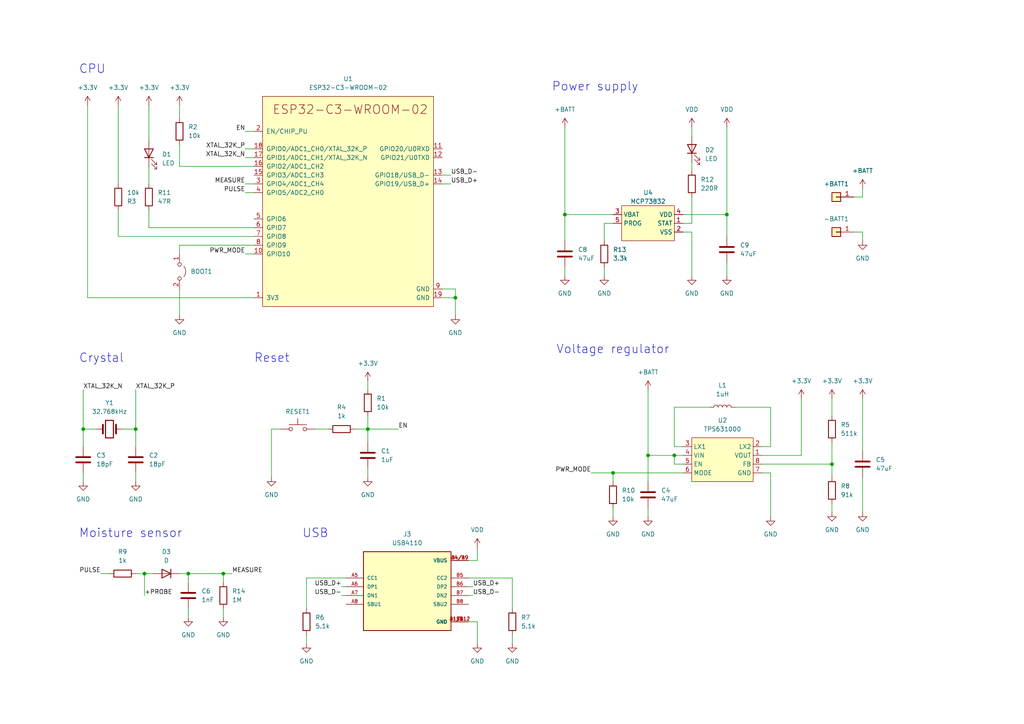
<source format=kicad_sch>
(kicad_sch (version 20211123) (generator eeschema)
  (paper "A4")
  (lib_symbols
    (symbol "Connector_Generic:Conn_01x01" (pin_names (offset 1.016) hide)
      (property "Reference" "J" (at 0 2.54 0))
      (property "Value" "Conn_01x01" (at 0 -2.54 0))
      (symbol "Conn_01x01_1_1"
        (rectangle (start -1.27 0.127) (end 0 -0.127) (stroke (width 0.1524)))
        (rectangle (start -1.27 1.27) (end 1.27 -1.27) (stroke (width 0.254)) (fill (type background)))
        (pin passive line (at -5.08 0 0) (length 3.81) (name "Pin_1") (number "1"))
      )
    )
    (symbol "Device:C" (pin_numbers hide) (pin_names (offset 0.254))
      (property "Reference" "C" (at 0.635 2.54 0))
      (property "Value" "C" (at 0.635 -2.54 0))
      (symbol "C_0_1"
        (polyline (pts (xy -2.032 -0.762) (xy 2.032 -0.762)) (stroke (width 0.508)))
        (polyline (pts (xy -2.032 0.762) (xy 2.032 0.762)) (stroke (width 0.508)))
      )
      (symbol "C_1_1"
        (pin passive line (at 0 3.81 270) (length 2.794) (name "~") (number "1"))
        (pin passive line (at 0 -3.81 90) (length 2.794) (name "~") (number "2"))
      )
    )
    (symbol "Device:Crystal" (pin_numbers hide) (pin_names (offset 1.016) hide)
      (property "Reference" "Y" (at 0 3.81 0))
      (property "Value" "Crystal" (at 0 -3.81 0))
      (symbol "Crystal_0_1"
        (rectangle (start -1.143 2.54) (end 1.143 -2.54) (stroke (width 0.3048)))
        (polyline (pts (xy -2.54 0) (xy -1.905 0)))
        (polyline (pts (xy -1.905 -1.27) (xy -1.905 1.27)) (stroke (width 0.508)))
        (polyline (pts (xy 1.905 -1.27) (xy 1.905 1.27)) (stroke (width 0.508)))
        (polyline (pts (xy 2.54 0) (xy 1.905 0)))
      )
      (symbol "Crystal_1_1"
        (pin passive line (at -3.81 0 0) (length 1.27) (name "1") (number "1"))
        (pin passive line (at 3.81 0 180) (length 1.27) (name "2") (number "2"))
      )
    )
    (symbol "Device:D" (pin_numbers hide) (pin_names (offset 1.016) hide)
      (property "Reference" "D" (at 0 2.54 0))
      (property "Value" "D" (at 0 -2.54 0))
      (symbol "D_0_1"
        (polyline (pts (xy -1.27 1.27) (xy -1.27 -1.27)) (stroke (width 0.254)))
        (polyline (pts (xy 1.27 0) (xy -1.27 0)))
        (polyline (pts (xy 1.27 1.27) (xy 1.27 -1.27) (xy -1.27 0) (xy 1.27 1.27)) (stroke (width 0.254)))
      )
      (symbol "D_1_1"
        (pin passive line (at -3.81 0 0) (length 2.54) (name "K") (number "1"))
        (pin passive line (at 3.81 0 180) (length 2.54) (name "A") (number "2"))
      )
    )
    (symbol "Device:L" (pin_numbers hide) (pin_names (offset 1.016) hide)
      (property "Reference" "L" (at -1.27 0 90))
      (property "Value" "L" (at 1.905 0 90))
      (symbol "L_0_1"
        (arc (start 0 -2.54) (mid 0.635 -1.905) (end 0 -1.27))
        (arc (start 0 -1.27) (mid 0.635 -0.635) (end 0 0))
        (arc (start 0 0) (mid 0.635 0.635) (end 0 1.27))
        (arc (start 0 1.27) (mid 0.635 1.905) (end 0 2.54))
      )
      (symbol "L_1_1"
        (pin passive line (at 0 3.81 270) (length 1.27) (name "1") (number "1"))
        (pin passive line (at 0 -3.81 90) (length 1.27) (name "2") (number "2"))
      )
    )
    (symbol "Device:LED" (pin_numbers hide) (pin_names (offset 1.016) hide)
      (property "Reference" "D" (at 0 2.54 0))
      (property "Value" "LED" (at 0 -2.54 0))
      (symbol "LED_0_1"
        (polyline (pts (xy -1.27 -1.27) (xy -1.27 1.27)) (stroke (width 0.254)))
        (polyline (pts (xy -1.27 0) (xy 1.27 0)))
        (polyline (pts (xy 1.27 -1.27) (xy 1.27 1.27) (xy -1.27 0) (xy 1.27 -1.27)) (stroke (width 0.254)))
        (polyline (pts (xy -3.048 -0.762) (xy -4.572 -2.286) (xy -3.81 -2.286) (xy -4.572 -2.286) (xy -4.572 -1.524)))
        (polyline (pts (xy -1.778 -0.762) (xy -3.302 -2.286) (xy -2.54 -2.286) (xy -3.302 -2.286) (xy -3.302 -1.524)))
      )
      (symbol "LED_1_1"
        (pin passive line (at -3.81 0 0) (length 2.54) (name "K") (number "1"))
        (pin passive line (at 3.81 0 180) (length 2.54) (name "A") (number "2"))
      )
    )
    (symbol "Device:R" (pin_numbers hide) (pin_names (offset 0))
      (property "Reference" "R" (at 2.032 0 90))
      (property "Value" "R" (at 0 0 90))
      (symbol "R_0_1"
        (rectangle (start -1.016 -2.54) (end 1.016 2.54) (stroke (width 0.254)))
      )
      (symbol "R_1_1"
        (pin passive line (at 0 3.81 270) (length 1.27) (name "~") (number "1"))
        (pin passive line (at 0 -3.81 90) (length 1.27) (name "~") (number "2"))
      )
    )
    (symbol "Espressif:ESP32-C3-WROOM-02" (pin_names (offset 1.016))
      (property "Reference" "U" (at 0 33.02 0))
      (property "Value" "ESP32-C3-WROOM-02" (at 0 -30.48 0))
      (symbol "ESP32-C3-WROOM-02_0_0"
        (text "ESP32-C3-WROOM-02" (at 1.27 27.94 0) (effects (font (size 2.54 2.54))))
      )
      (symbol "ESP32-C3-WROOM-02_0_1"
        (rectangle (start -24.13 31.75) (end 25.4 -29.21) (fill (type background)))
      )
      (symbol "ESP32-C3-WROOM-02_1_1"
        (pin power_in line (at -26.67 -26.67 0) (length 2.54) (name "3V3") (number "1"))
        (pin bidirectional line (at -26.67 -13.97 0) (length 2.54) (name "GPIO10") (number "10"))
        (pin bidirectional line (at 27.94 16.51 180) (length 2.54) (name "GPIO20/U0RXD") (number "11"))
        (pin bidirectional line (at 27.94 13.97 180) (length 2.54) (name "GPIO21/U0TXD") (number "12"))
        (pin bidirectional line (at 27.94 8.89 180) (length 2.54) (name "GPIO18/USB_D-") (number "13"))
        (pin bidirectional line (at 27.94 6.35 180) (length 2.54) (name "GPIO19/USB_D+") (number "14"))
        (pin bidirectional line (at -26.67 8.89 0) (length 2.54) (name "GPIO3/ADC1_CH3") (number "15"))
        (pin bidirectional line (at -26.67 11.43 0) (length 2.54) (name "GPIO2/ADC1_CH2") (number "16"))
        (pin bidirectional line (at -26.67 13.97 0) (length 2.54) (name "GPIO1/ADC1_CH1/XTAL_32K_N") (number "17"))
        (pin bidirectional line (at -26.67 16.51 0) (length 2.54) (name "GPIO0/ADC1_CH0/XTAL_32K_P") (number "18"))
        (pin power_in line (at 27.94 -26.67 180) (length 2.54) (name "GND") (number "19"))
        (pin input line (at -26.67 21.59 0) (length 2.54) (name "EN/CHIP_PU") (number "2"))
        (pin bidirectional line (at -26.67 6.35 0) (length 2.54) (name "GPIO4/ADC1_CH4") (number "3"))
        (pin bidirectional line (at -26.67 3.81 0) (length 2.54) (name "GPIO5/ADC2_CH0") (number "4"))
        (pin bidirectional line (at -26.67 -3.81 0) (length 2.54) (name "GPIO6") (number "5"))
        (pin bidirectional line (at -26.67 -6.35 0) (length 2.54) (name "GPIO7") (number "6"))
        (pin bidirectional line (at -26.67 -8.89 0) (length 2.54) (name "GPIO8") (number "7"))
        (pin bidirectional line (at -26.67 -11.43 0) (length 2.54) (name "GPIO9") (number "8"))
        (pin power_in line (at 27.94 -24.13 180) (length 2.54) (name "GND") (number "9"))
      )
    )
    (symbol "Jumper:Jumper_2_Open" (pin_names (offset 0) hide)
      (property "Reference" "JP" (at 0 2.794 0))
      (property "Value" "Jumper_2_Open" (at 0 -2.286 0))
      (symbol "Jumper_2_Open_0_0"
        (circle (center -2.032 0) (radius 0.508))
        (circle (center 2.032 0) (radius 0.508))
      )
      (symbol "Jumper_2_Open_0_1"
        (arc (start 1.524 1.27) (mid 0 1.778) (end -1.524 1.27))
      )
      (symbol "Jumper_2_Open_1_1"
        (pin passive line (at -5.08 0 0) (length 2.54) (name "A") (number "1"))
        (pin passive line (at 5.08 0 180) (length 2.54) (name "B") (number "2"))
      )
    )
    (symbol "Switch:SW_Push" (pin_numbers hide) (pin_names (offset 1.016) hide)
      (property "Reference" "SW" (at 1.27 2.54 0))
      (property "Value" "SW_Push" (at 0 -1.524 0))
      (symbol "SW_Push_0_1"
        (circle (center -2.032 0) (radius 0.508))
        (polyline (pts (xy 0 1.27) (xy 0 3.048)))
        (polyline (pts (xy 2.54 1.27) (xy -2.54 1.27)))
        (circle (center 2.032 0) (radius 0.508))
        (pin passive line (at -5.08 0 0) (length 2.54) (name "1") (number "1"))
        (pin passive line (at 5.08 0 180) (length 2.54) (name "2") (number "2"))
      )
    )
    (symbol "USB4110-GF-A_REVB:USB4110-GF-A_REVB" (pin_names (offset 1.016))
      (property "Reference" "J" (at -12.7 11.43 0))
      (property "Value" "USB4110-GF-A_REVB" (at -12.7 -15.24 0))
      (symbol "USB4110-GF-A_REVB_0_0"
        (rectangle (start -12.7 -12.7) (end 12.7 10.16) (stroke (width 0.254)) (fill (type background)))
        (pin power_in line (at 17.78 -10.16 180) (length 5.08) (name "GND") (number "A1/B12"))
        (pin power_in line (at 17.78 7.62 180) (length 5.08) (name "VBUS") (number "A4/B9"))
        (pin bidirectional line (at -17.78 2.54 0) (length 5.08) (name "CC1") (number "A5"))
        (pin bidirectional line (at -17.78 0 0) (length 5.08) (name "DP1") (number "A6"))
        (pin bidirectional line (at -17.78 -2.54 0) (length 5.08) (name "DN1") (number "A7"))
        (pin bidirectional line (at -17.78 -5.08 0) (length 5.08) (name "SBU1") (number "A8"))
        (pin power_in line (at 17.78 -10.16 180) (length 5.08) (name "GND") (number "B1/A12"))
        (pin power_in line (at 17.78 7.62 180) (length 5.08) (name "VBUS") (number "B4/A9"))
        (pin bidirectional line (at 17.78 2.54 180) (length 5.08) (name "CC2") (number "B5"))
        (pin bidirectional line (at 17.78 0 180) (length 5.08) (name "DP2") (number "B6"))
        (pin bidirectional line (at 17.78 -2.54 180) (length 5.08) (name "DN2") (number "B7"))
        (pin bidirectional line (at 17.78 -5.08 180) (length 5.08) (name "SBU2") (number "B8"))
        (pin power_in line (at 17.78 -10.16 180) (length 5.08) (name "GND") (number "S1"))
        (pin power_in line (at 17.78 -10.16 180) (length 5.08) (name "GND") (number "S2"))
        (pin power_in line (at 17.78 -10.16 180) (length 5.08) (name "GND") (number "S3"))
        (pin power_in line (at 17.78 -10.16 180) (length 5.08) (name "GND") (number "S4"))
      )
    )
    (symbol "friedrich:MCP73831{slash}2"
      (property "Reference" "U" (at 0 11.43 0))
      (property "Value" "MCP73831{slash}2" (at 0 8.89 0))
      (symbol "MCP73831{slash}2_0_1"
        (rectangle (start -7.62 6.35) (end 7.62 -3.81) (fill (type background)))
      )
      (symbol "MCP73831{slash}2_1_1"
        (pin output line (at 10.16 1.27 180) (length 2.54) (name "STAT") (number "1"))
        (pin power_in line (at 10.16 -1.27 180) (length 2.54) (name "VSS") (number "2"))
        (pin power_in line (at -10.16 3.81 0) (length 2.54) (name "VBAT") (number "3"))
        (pin power_out line (at 10.16 3.81 180) (length 2.54) (name "VDD") (number "4"))
        (pin bidirectional line (at -10.16 1.27 0) (length 2.54) (name "PROG") (number "5"))
      )
    )
    (symbol "friedrich:TPS631000DRLR"
      (property "Reference" "U" (at 0 11.43 0))
      (property "Value" "TPS631000DRLR" (at 0 8.89 0))
      (symbol "TPS631000DRLR_0_1"
        (rectangle (start -8.89 6.35) (end 8.89 -6.35) (fill (type background)))
      )
      (symbol "TPS631000DRLR_1_1"
        (pin power_out line (at 11.43 1.27 180) (length 2.54) (name "VOUT") (number "1"))
        (pin bidirectional line (at 11.43 3.81 180) (length 2.54) (name "LX2") (number "2"))
        (pin bidirectional line (at -11.43 3.81 0) (length 2.54) (name "LX1") (number "3"))
        (pin power_in line (at -11.43 1.27 0) (length 2.54) (name "VIN") (number "4"))
        (pin input line (at -11.43 -1.27 0) (length 2.54) (name "EN") (number "5"))
        (pin input line (at -11.43 -3.81 0) (length 2.54) (name "MODE") (number "6"))
        (pin power_in line (at 11.43 -3.81 180) (length 2.54) (name "GND") (number "7"))
        (pin input line (at 11.43 -1.27 180) (length 2.54) (name "FB") (number "8"))
      )
    )
    (symbol "power:+3.3V" (power) (pin_names (offset 0))
      (property "Value" "+3.3V" (at 0 3.556 0))
      (symbol "+3.3V_0_1"
        (polyline (pts (xy -0.762 1.27) (xy 0 2.54)))
        (polyline (pts (xy 0 0) (xy 0 2.54)))
        (polyline (pts (xy 0 2.54) (xy 0.762 1.27)))
      )
      (symbol "+3.3V_1_1"
        (pin power_in line (at 0 0 90) (length 0) hide (name "+3.3V") (number "1"))
      )
    )
    (symbol "power:+BATT" (power) (pin_names (offset 0))
      (property "Value" "+BATT" (at 0 3.556 0))
      (symbol "+BATT_0_1"
        (polyline (pts (xy -0.762 1.27) (xy 0 2.54)))
        (polyline (pts (xy 0 0) (xy 0 2.54)))
        (polyline (pts (xy 0 2.54) (xy 0.762 1.27)))
      )
      (symbol "+BATT_1_1"
        (pin power_in line (at 0 0 90) (length 0) hide (name "+BATT") (number "1"))
      )
    )
    (symbol "power:GND" (power) (pin_names (offset 0))
      (property "Value" "GND" (at 0 -3.81 0))
      (symbol "GND_0_1"
        (polyline (pts (xy 0 0) (xy 0 -1.27) (xy 1.27 -1.27) (xy 0 -2.54) (xy -1.27 -1.27) (xy 0 -1.27)))
      )
      (symbol "GND_1_1"
        (pin power_in line (at 0 0 270) (length 0) hide (name "GND") (number "1"))
      )
    )
    (symbol "power:VDD" (power) (pin_names (offset 0))
      (property "Value" "VDD" (at 0 3.81 0))
      (symbol "VDD_0_1"
        (polyline (pts (xy -0.762 1.27) (xy 0 2.54)))
        (polyline (pts (xy 0 0) (xy 0 2.54)))
        (polyline (pts (xy 0 2.54) (xy 0.762 1.27)))
      )
      (symbol "VDD_1_1"
        (pin power_in line (at 0 0 90) (length 0) hide (name "VDD") (number "1"))
      )
    )
  )
  (junction (at 163.83 62.23))
  (junction (at 106.68 124.46))
  (junction (at 41.91 166.37))
  (junction (at 64.77 166.37))
  (junction (at 187.96 132.08))
  (junction (at 210.82 62.23))
  (junction (at 177.8 137.16))
  (junction (at 241.3 134.62))
  (junction (at 24.13 124.46))
  (junction (at 132.08 86.36))
  (junction (at 195.58 132.08))
  (junction (at 54.61 166.37))
  (junction (at 39.37 124.46))
  (wire (pts (xy 137.16 170.18) (xy 135.89 170.18)))
  (wire (pts (xy 195.58 132.08) (xy 198.12 132.08)))
  (wire (pts (xy 100.33 167.64) (xy 88.9 167.64)))
  (wire (pts (xy 71.12 53.34) (xy 73.66 53.34)))
  (wire (pts (xy 39.37 124.46) (xy 39.37 129.54)))
  (wire (pts (xy 43.18 48.26) (xy 43.18 53.34)))
  (wire (pts (xy 73.66 45.72) (xy 71.12 45.72)))
  (wire (pts (xy 163.83 62.23) (xy 177.8 62.23)))
  (wire (pts (xy 138.43 180.34) (xy 138.43 186.69)))
  (wire (pts (xy 71.12 55.88) (xy 73.66 55.88)))
  (wire (pts (xy 41.91 166.37) (xy 44.45 166.37)))
  (wire (pts (xy 78.74 124.46) (xy 78.74 138.43)))
  (wire (pts (xy 54.61 176.53) (xy 54.61 179.07)))
  (wire (pts (xy 135.89 162.56) (xy 138.43 162.56)))
  (wire (pts (xy 25.4 30.48) (xy 25.4 86.36)))
  (wire (pts (xy 198.12 134.62) (xy 195.58 134.62)))
  (wire (pts (xy 187.96 132.08) (xy 195.58 132.08)))
  (wire (pts (xy 24.13 124.46) (xy 27.94 124.46)))
  (wire (pts (xy 175.26 64.77) (xy 177.8 64.77)))
  (wire (pts (xy 177.8 137.16) (xy 171.45 137.16)))
  (wire (pts (xy 25.4 86.36) (xy 73.66 86.36)))
  (wire (pts (xy 132.08 86.36) (xy 132.08 91.44)))
  (wire (pts (xy 91.44 124.46) (xy 95.25 124.46)))
  (wire (pts (xy 128.27 86.36) (xy 132.08 86.36)))
  (wire (pts (xy 200.66 46.99) (xy 200.66 49.53)))
  (wire (pts (xy 39.37 166.37) (xy 41.91 166.37)))
  (wire (pts (xy 52.07 30.48) (xy 52.07 34.29)))
  (wire (pts (xy 128.27 50.8) (xy 130.81 50.8)))
  (wire (pts (xy 210.82 62.23) (xy 210.82 68.58)))
  (wire (pts (xy 223.52 118.11) (xy 223.52 129.54)))
  (wire (pts (xy 64.77 168.91) (xy 64.77 166.37)))
  (wire (pts (xy 132.08 83.82) (xy 132.08 86.36)))
  (wire (pts (xy 177.8 147.32) (xy 177.8 149.86)))
  (wire (pts (xy 71.12 38.1) (xy 73.66 38.1)))
  (wire (pts (xy 223.52 137.16) (xy 223.52 149.86)))
  (wire (pts (xy 52.07 48.26) (xy 73.66 48.26)))
  (wire (pts (xy 24.13 129.54) (xy 24.13 124.46)))
  (wire (pts (xy 34.29 60.96) (xy 34.29 68.58)))
  (wire (pts (xy 99.06 170.18) (xy 100.33 170.18)))
  (wire (pts (xy 241.3 115.57) (xy 241.3 120.65)))
  (wire (pts (xy 106.68 135.89) (xy 106.68 138.43)))
  (wire (pts (xy 250.19 115.57) (xy 250.19 130.81)))
  (wire (pts (xy 52.07 83.82) (xy 52.07 91.44)))
  (wire (pts (xy 177.8 137.16) (xy 177.8 139.7)))
  (wire (pts (xy 43.18 66.04) (xy 73.66 66.04)))
  (wire (pts (xy 64.77 166.37) (xy 54.61 166.37)))
  (wire (pts (xy 43.18 30.48) (xy 43.18 40.64)))
  (wire (pts (xy 198.12 62.23) (xy 210.82 62.23)))
  (wire (pts (xy 198.12 64.77) (xy 200.66 64.77)))
  (wire (pts (xy 175.26 77.47) (xy 175.26 80.01)))
  (wire (pts (xy 148.59 186.69) (xy 148.59 184.15)))
  (wire (pts (xy 250.19 67.31) (xy 247.65 67.31)))
  (wire (pts (xy 148.59 167.64) (xy 148.59 176.53)))
  (wire (pts (xy 54.61 166.37) (xy 54.61 168.91)))
  (wire (pts (xy 71.12 73.66) (xy 73.66 73.66)))
  (wire (pts (xy 250.19 54.61) (xy 250.19 57.15)))
  (wire (pts (xy 232.41 115.57) (xy 232.41 132.08)))
  (wire (pts (xy 34.29 30.48) (xy 34.29 53.34)))
  (wire (pts (xy 135.89 167.64) (xy 148.59 167.64)))
  (wire (pts (xy 39.37 137.16) (xy 39.37 139.7)))
  (wire (pts (xy 198.12 67.31) (xy 200.66 67.31)))
  (wire (pts (xy 64.77 176.53) (xy 64.77 179.07)))
  (wire (pts (xy 220.98 134.62) (xy 241.3 134.62)))
  (wire (pts (xy 210.82 76.2) (xy 210.82 80.01)))
  (wire (pts (xy 88.9 167.64) (xy 88.9 176.53)))
  (wire (pts (xy 187.96 149.86) (xy 187.96 147.32)))
  (wire (pts (xy 200.66 67.31) (xy 200.66 80.01)))
  (wire (pts (xy 223.52 137.16) (xy 220.98 137.16)))
  (wire (pts (xy 200.66 57.15) (xy 200.66 64.77)))
  (wire (pts (xy 52.07 166.37) (xy 54.61 166.37)))
  (wire (pts (xy 241.3 146.05) (xy 241.3 148.59)))
  (wire (pts (xy 163.83 36.83) (xy 163.83 62.23)))
  (wire (pts (xy 24.13 137.16) (xy 24.13 139.7)))
  (wire (pts (xy 195.58 118.11) (xy 205.74 118.11)))
  (wire (pts (xy 106.68 124.46) (xy 115.57 124.46)))
  (wire (pts (xy 73.66 43.18) (xy 71.12 43.18)))
  (wire (pts (xy 163.83 62.23) (xy 163.83 69.85)))
  (wire (pts (xy 187.96 132.08) (xy 187.96 139.7)))
  (wire (pts (xy 250.19 67.31) (xy 250.19 69.85)))
  (wire (pts (xy 138.43 162.56) (xy 138.43 158.75)))
  (wire (pts (xy 195.58 134.62) (xy 195.58 132.08)))
  (wire (pts (xy 24.13 113.03) (xy 24.13 124.46)))
  (wire (pts (xy 163.83 77.47) (xy 163.83 80.01)))
  (wire (pts (xy 64.77 166.37) (xy 67.31 166.37)))
  (wire (pts (xy 102.87 124.46) (xy 106.68 124.46)))
  (wire (pts (xy 52.07 71.12) (xy 52.07 73.66)))
  (wire (pts (xy 41.91 166.37) (xy 41.91 172.72)))
  (wire (pts (xy 128.27 83.82) (xy 132.08 83.82)))
  (wire (pts (xy 88.9 184.15) (xy 88.9 186.69)))
  (wire (pts (xy 128.27 53.34) (xy 130.81 53.34)))
  (wire (pts (xy 195.58 129.54) (xy 195.58 118.11)))
  (wire (pts (xy 43.18 60.96) (xy 43.18 66.04)))
  (wire (pts (xy 106.68 120.65) (xy 106.68 124.46)))
  (wire (pts (xy 52.07 48.26) (xy 52.07 41.91)))
  (wire (pts (xy 34.29 68.58) (xy 73.66 68.58)))
  (wire (pts (xy 135.89 180.34) (xy 138.43 180.34)))
  (wire (pts (xy 250.19 138.43) (xy 250.19 148.59)))
  (wire (pts (xy 210.82 36.83) (xy 210.82 62.23)))
  (wire (pts (xy 78.74 124.46) (xy 81.28 124.46)))
  (wire (pts (xy 175.26 64.77) (xy 175.26 69.85)))
  (wire (pts (xy 106.68 124.46) (xy 106.68 128.27)))
  (wire (pts (xy 195.58 129.54) (xy 198.12 129.54)))
  (wire (pts (xy 106.68 110.49) (xy 106.68 113.03)))
  (wire (pts (xy 35.56 124.46) (xy 39.37 124.46)))
  (wire (pts (xy 39.37 113.03) (xy 39.37 124.46)))
  (wire (pts (xy 247.65 57.15) (xy 250.19 57.15)))
  (wire (pts (xy 241.3 128.27) (xy 241.3 134.62)))
  (wire (pts (xy 223.52 129.54) (xy 220.98 129.54)))
  (wire (pts (xy 29.21 166.37) (xy 31.75 166.37)))
  (wire (pts (xy 137.16 172.72) (xy 135.89 172.72)))
  (wire (pts (xy 187.96 113.03) (xy 187.96 132.08)))
  (wire (pts (xy 52.07 71.12) (xy 73.66 71.12)))
  (wire (pts (xy 99.06 172.72) (xy 100.33 172.72)))
  (wire (pts (xy 177.8 137.16) (xy 198.12 137.16)))
  (wire (pts (xy 200.66 36.83) (xy 200.66 39.37)))
  (wire (pts (xy 241.3 134.62) (xy 241.3 138.43)))
  (wire (pts (xy 213.36 118.11) (xy 223.52 118.11)))
  (wire (pts (xy 220.98 132.08) (xy 232.41 132.08)))
  (text "Power supply" (at 160.02 26.67 0) (effects (font (size 2.5 2.5)) (justify left bottom)))
  (text "Crystal" (at 22.86 105.41 0) (effects (font (size 2.5 2.5)) (justify left bottom)))
  (text "Moisture sensor" (at 22.86 156.21 0) (effects (font (size 2.5 2.5)) (justify left bottom)))
  (text "Voltage regulator" (at 161.29 102.87 0) (effects (font (size 2.5 2.5)) (justify left bottom)))
  (text "CPU" (at 22.86 21.59 0) (effects (font (size 2.5 2.5)) (justify left bottom)))
  (text "Reset" (at 73.66 105.41 0) (effects (font (size 2.5 2.5)) (justify left bottom)))
  (text "USB" (at 87.63 156.21 0) (effects (font (size 2.5 2.5)) (justify left bottom)))
  (label "USB_D+" (at 99.06 170.18 180))
  (label "PULSE" (at 71.12 55.88 180))
  (label "XTAL_32K_N" (at 71.12 45.72 180))
  (label "XTAL_32K_P" (at 71.12 43.18 180))
  (label "MEASURE" (at 67.31 166.37 0))
  (label "EN" (at 71.12 38.1 180))
  (label "EN" (at 115.57 124.46 0))
  (label "PULSE" (at 29.21 166.37 180))
  (label "USB_D+" (at 137.16 170.18 0))
  (label "USB_D-" (at 99.06 172.72 180))
  (label "MEASURE" (at 71.12 53.34 180))
  (label "XTAL_32K_P" (at 39.37 113.03 0))
  (label "PWR_MODE" (at 171.45 137.16 180))
  (label "PWR_MODE" (at 71.12 73.66 180))
  (label "USB_D-" (at 137.16 172.72 0))
  (label "XTAL_32K_N" (at 24.13 113.03 0))
  (label "USB_D-" (at 130.81 50.8 0))
  (label "+PROBE" (at 41.91 172.72 0))
  (label "USB_D+" (at 130.81 53.34 0))
  (symbol (lib_id "power:GND") (at 210.82 80.01 0) (unit 1)
    (property "Reference" "#PWR0117" (effects hide))
    (property "Value" "GND" (at 210.82 85.09 0))
  )
  (symbol (lib_id "Device:D") (at 48.26 166.37 180) (unit 1)
    (property "Reference" "D3" (at 48.26 160.02 0))
    (property "Value" "D" (at 48.26 162.56 0))
    (property "Footprint" "Diode_SMD:D_SOD-323_HandSoldering" (effects hide))
    (property "Datasheet" "https://www.diodes.com/assets/Datasheets/1N4148WS_BAV16WS.pdf" (effects hide))
    (property "MPN" "BAV16WS-7-F" (effects hide))
  )
  (symbol (lib_id "Device:C") (at 39.37 133.35 180) (unit 1)
    (property "Reference" "C2" (at 43.18 132.0799 0) (effects (justify right)))
    (property "Value" "18pF" (at 43.18 134.6199 0) (effects (justify right)))
    (property "Footprint" "Capacitor_SMD:C_0805_2012Metric_Pad1.18x1.45mm_HandSolder" (effects hide))
    (property "MPN" "GRM21A5C2E180JW01" (effects hide))
  )
  (symbol (lib_id "power:GND") (at 241.3 148.59 0) (unit 1)
    (property "Reference" "#PWR0129" (effects hide))
    (property "Value" "GND" (at 241.3 153.67 0))
  )
  (symbol (lib_id "power:+BATT") (at 187.96 113.03 0) (unit 1)
    (property "Reference" "#PWR0108" (effects hide))
    (property "Value" "+BATT" (at 187.96 107.95 0))
  )
  (symbol (lib_id "Device:R") (at 88.9 180.34 180) (unit 1)
    (property "Reference" "R6" (at 91.44 179.0699 0) (effects (justify right)))
    (property "Value" "5.1k" (at 91.44 181.6099 0) (effects (justify right)))
    (property "Footprint" "Resistor_SMD:R_0805_2012Metric_Pad1.20x1.40mm_HandSolder" (effects hide))
    (property "MPN" "RC0805FR-075K1L" (effects hide))
  )
  (symbol (lib_id "power:VDD") (at 138.43 158.75 0) (unit 1)
    (property "Reference" "#PWR0114" (effects hide))
    (property "Value" "VDD" (at 138.43 153.67 0))
  )
  (symbol (lib_id "Connector_Generic:Conn_01x01") (at 242.57 67.31 180) (unit 1)
    (property "Reference" "-BATT1" (at 242.57 63.5 0))
    (property "Value" "Conn_01x01" (effects hide))
    (property "Footprint" "Connector_Wire:SolderWire-0.25sqmm_1x01_D0.65mm_OD1.7mm" (effects hide))
  )
  (symbol (lib_id "power:GND") (at 132.08 91.44 0) (unit 1)
    (property "Reference" "#PWR0106" (effects hide))
    (property "Value" "GND" (at 132.08 96.52 0))
  )
  (symbol (lib_id "power:+BATT") (at 163.83 36.83 0) (unit 1)
    (property "Reference" "#PWR0128" (effects hide))
    (property "Value" "+BATT" (at 163.83 31.75 0))
  )
  (symbol (lib_id "Device:R") (at 52.07 38.1 180) (unit 1)
    (property "Reference" "R2" (at 54.61 36.8299 0) (effects (justify right)))
    (property "Value" "10k" (at 54.61 39.3699 0) (effects (justify right)))
    (property "Footprint" "Resistor_SMD:R_0805_2012Metric_Pad1.20x1.40mm_HandSolder" (effects hide))
    (property "MPN" "RC0805FR-0710KL" (effects hide))
  )
  (symbol (lib_id "power:GND") (at 39.37 139.7 0) (unit 1)
    (property "Reference" "#PWR0109" (effects hide))
    (property "Value" "GND" (at 39.37 144.78 0))
  )
  (symbol (lib_id "power:GND") (at 250.19 69.85 0) (unit 1)
    (property "Reference" "#PWR0126" (effects hide))
    (property "Value" "GND" (at 250.19 74.93 0))
  )
  (symbol (lib_id "power:VDD") (at 210.82 36.83 0) (unit 1)
    (property "Reference" "#PWR0121" (effects hide))
    (property "Value" "VDD" (at 210.82 31.75 0))
  )
  (symbol (lib_id "Device:R") (at 200.66 53.34 180) (unit 1)
    (property "Reference" "R12" (at 203.2 52.0699 0) (effects (justify right)))
    (property "Value" "220R" (at 203.2 54.6099 0) (effects (justify right)))
    (property "Footprint" "Resistor_SMD:R_0805_2012Metric_Pad1.20x1.40mm_HandSolder" (effects hide))
    (property "MPN" "RC0805FR-07220RL" (effects hide))
  )
  (symbol (lib_id "power:GND") (at 148.59 186.69 0) (unit 1)
    (property "Reference" "#PWR0112" (effects hide))
    (property "Value" "GND" (at 148.59 191.77 0))
  )
  (symbol (lib_id "power:GND") (at 200.66 80.01 0) (unit 1)
    (property "Reference" "#PWR0124" (effects hide))
    (property "Value" "GND" (at 200.66 85.09 0))
  )
  (symbol (lib_id "Device:R") (at 177.8 143.51 180) (unit 1)
    (property "Reference" "R10" (at 180.34 142.2399 0) (effects (justify right)))
    (property "Value" "10k" (at 180.34 144.7799 0) (effects (justify right)))
    (property "Footprint" "Resistor_SMD:R_0805_2012Metric_Pad1.20x1.40mm_HandSolder" (effects hide))
    (property "MPN" "RC0805FR-0710KL " (effects hide))
  )
  (symbol (lib_id "Switch:SW_Push") (at 86.36 124.46 0) (unit 1)
    (property "Reference" "RESET1" (at 86.36 119.38 0))
    (property "Value" "EVQ-Q2F03W" (effects hide))
    (property "Footprint" "Button_Switch_SMD:SW_SPST_EVQP2" (effects hide))
    (property "MPN" "EVQ-P2K02Q" (effects hide))
  )
  (symbol (lib_id "power:GND") (at 52.07 91.44 0) (unit 1)
    (property "Reference" "#PWR0105" (effects hide))
    (property "Value" "GND" (at 52.07 96.52 0))
  )
  (symbol (lib_id "power:GND") (at 64.77 179.07 0) (unit 1)
    (property "Reference" "#PWR0134" (effects hide))
    (property "Value" "GND" (at 64.77 184.15 0))
  )
  (symbol (lib_id "Device:R") (at 43.18 57.15 180) (unit 1)
    (property "Reference" "R11" (at 45.72 55.8799 0) (effects (justify right)))
    (property "Value" "47R" (at 45.72 58.4199 0) (effects (justify right)))
    (property "Footprint" "Resistor_SMD:R_0805_2012Metric_Pad1.20x1.40mm_HandSolder" (effects hide))
    (property "MPN" "RC0805FR-0747RL" (effects hide))
  )
  (symbol (lib_id "Device:R") (at 175.26 73.66 180) (unit 1)
    (property "Reference" "R13" (at 177.8 72.3899 0) (effects (justify right)))
    (property "Value" "3.3k" (at 177.8 74.9299 0) (effects (justify right)))
    (property "Footprint" "Resistor_SMD:R_0805_2012Metric_Pad1.20x1.40mm_HandSolder" (effects hide))
    (property "MPN" "RC0805FR-073K3L" (effects hide))
  )
  (symbol (lib_id "power:GND") (at 24.13 139.7 0) (unit 1)
    (property "Reference" "#PWR0110" (effects hide))
    (property "Value" "GND" (at 24.13 144.78 0))
  )
  (symbol (lib_id "Device:R") (at 106.68 116.84 180) (unit 1)
    (property "Reference" "R1" (at 109.22 115.5699 0) (effects (justify right)))
    (property "Value" "10k" (at 109.22 118.1099 0) (effects (justify right)))
    (property "Footprint" "Resistor_SMD:R_0805_2012Metric_Pad1.20x1.40mm_HandSolder" (effects hide))
    (property "MPN" "RC0805FR-0710KL" (effects hide))
  )
  (symbol (lib_id "power:GND") (at 163.83 80.01 0) (unit 1)
    (property "Reference" "#PWR0118" (effects hide))
    (property "Value" "GND" (at 163.83 85.09 0))
  )
  (symbol (lib_id "power:GND") (at 177.8 149.86 0) (unit 1)
    (property "Reference" "#PWR0120" (effects hide))
    (property "Value" "GND" (at 177.8 154.94 0))
  )
  (symbol (lib_id "Device:L") (at 209.55 118.11 90) (unit 1)
    (property "Reference" "L1" (at 209.55 111.76 90))
    (property "Value" "1uH" (at 209.55 114.3 90))
    (property "Footprint" "Inductor_SMD:L_1008_2520Metric_Pad1.43x2.20mm_HandSolder" (effects hide))
    (property "MPN" "DFE252012P-1R0M=P2" (effects hide))
  )
  (symbol (lib_id "power:GND") (at 78.74 138.43 0) (unit 1)
    (property "Reference" "#PWR0104" (effects hide))
    (property "Value" "GND" (at 78.74 143.51 0))
  )
  (symbol (lib_id "power:+3.3V") (at 52.07 30.48 0) (unit 1)
    (property "Reference" "#PWR0132" (effects hide))
    (property "Value" "+3.3V" (at 52.07 25.4 0))
  )
  (symbol (lib_id "power:+3.3V") (at 106.68 110.49 0) (unit 1)
    (property "Reference" "#PWR0102" (effects hide))
    (property "Value" "+3.3V" (at 106.68 105.41 0))
  )
  (symbol (lib_id "Device:R") (at 35.56 166.37 270) (unit 1)
    (property "Reference" "R9" (at 35.56 160.02 90))
    (property "Value" "1k" (at 35.56 162.56 90))
    (property "Footprint" "Resistor_SMD:R_0805_2012Metric_Pad1.20x1.40mm_HandSolder" (effects hide))
    (property "MPN" "RC0805FR-071KL" (effects hide))
  )
  (symbol (lib_id "Device:R") (at 64.77 172.72 0) (unit 1)
    (property "Reference" "R14" (at 67.31 171.4499 0) (effects (justify left)))
    (property "Value" "1M" (at 67.31 173.9899 0) (effects (justify left)))
    (property "Footprint" "Resistor_SMD:R_0805_2012Metric_Pad1.20x1.40mm_HandSolder" (effects hide))
    (property "MPN" "RC0805FR-071ML" (effects hide))
  )
  (symbol (lib_id "power:GND") (at 223.52 149.86 0) (unit 1)
    (property "Reference" "#PWR0127" (effects hide))
    (property "Value" "GND" (at 223.52 154.94 0))
  )
  (symbol (lib_id "Device:C") (at 24.13 133.35 180) (unit 1)
    (property "Reference" "C3" (at 27.94 132.0799 0) (effects (justify right)))
    (property "Value" "18pF" (at 27.94 134.6199 0) (effects (justify right)))
    (property "Footprint" "Capacitor_SMD:C_0805_2012Metric_Pad1.18x1.45mm_HandSolder" (effects hide))
    (property "MPN" "GRM21A5C2E180JW01" (effects hide))
  )
  (symbol (lib_id "power:GND") (at 187.96 149.86 0) (unit 1)
    (property "Reference" "#PWR0111" (effects hide))
    (property "Value" "GND" (at 187.96 154.94 0))
  )
  (symbol (lib_id "friedrich:TPS631000DRLR") (at 209.55 133.35 0) (unit 1)
    (property "Reference" "U2" (at 209.55 121.92 0))
    (property "Value" "TPS631000" (at 209.55 124.46 0))
    (property "Footprint" "Package_TO_SOT_SMD:SC-70-8" (effects hide))
    (property "Datasheet" "https://www.ti.com/lit/gpn/TPS631000" (effects hide))
    (property "MPN" "TPS631000DRLR" (effects hide))
  )
  (symbol (lib_id "Device:Crystal") (at 31.75 124.46 0) (unit 1)
    (property "Reference" "Y1" (at 31.75 116.84 0))
    (property "Value" "32.768kHz" (at 31.75 119.38 0))
    (property "Footprint" "Crystal:Crystal_SMD_G8-2Pin_3.2x1.5mm_HandSoldering" (effects hide))
    (property "Datasheet" "https://abracon.com/Resonators/ABS07.pdf" (effects hide))
    (property "MPN" "ABS07-32.768KHZ-T" (effects hide))
  )
  (symbol (lib_id "power:GND") (at 54.61 179.07 0) (unit 1)
    (property "Reference" "#PWR0133" (effects hide))
    (property "Value" "GND" (at 54.61 184.15 0))
  )
  (symbol (lib_id "Device:LED") (at 200.66 43.18 90) (unit 1)
    (property "Reference" "D2" (at 204.47 43.4974 90) (effects (justify right)))
    (property "Value" "LED" (at 204.47 46.0374 90) (effects (justify right)))
    (property "Footprint" "Diode_SMD:D_0805_2012Metric_Pad1.15x1.40mm_HandSolder" (effects hide))
    (property "MPN" "LTST-C170KGKT" (effects hide))
  )
  (symbol (lib_id "power:GND") (at 138.43 186.69 0) (unit 1)
    (property "Reference" "#PWR0113" (effects hide))
    (property "Value" "GND" (at 138.43 191.77 0))
  )
  (symbol (lib_id "Device:C") (at 187.96 143.51 0) (unit 1)
    (property "Reference" "C4" (at 191.77 142.2399 0) (effects (justify left)))
    (property "Value" "47uF" (at 191.77 144.7799 0) (effects (justify left)))
    (property "Footprint" "Capacitor_SMD:C_0805_2012Metric_Pad1.18x1.45mm_HandSolder" (effects hide))
    (property "MPN" "GRM21BR61A476ME15" (effects hide))
  )
  (symbol (lib_id "Device:R") (at 34.29 57.15 0) (mirror y) (unit 1)
    (property "Reference" "R3" (at 36.83 58.4201 0) (effects (justify right)))
    (property "Value" "10k" (at 36.83 55.8801 0) (effects (justify right)))
    (property "Footprint" "Resistor_SMD:R_0805_2012Metric_Pad1.20x1.40mm_HandSolder" (effects hide))
    (property "MPN" "RC0805FR-0710KL" (effects hide))
  )
  (symbol (lib_id "Device:C") (at 210.82 72.39 180) (unit 1)
    (property "Reference" "C9" (at 214.63 71.1199 0) (effects (justify right)))
    (property "Value" "47uF" (at 214.63 73.6599 0) (effects (justify right)))
    (property "Footprint" "Capacitor_SMD:C_0805_2012Metric_Pad1.18x1.45mm_HandSolder" (effects hide))
    (property "MPN" "GRM21BR61A476ME15" (effects hide))
  )
  (symbol (lib_id "power:GND") (at 106.68 138.43 0) (unit 1)
    (property "Reference" "#PWR0103" (effects hide))
    (property "Value" "GND" (at 106.68 143.51 0))
  )
  (symbol (lib_id "power:+3.3V") (at 250.19 115.57 0) (unit 1)
    (property "Reference" "#PWR0125" (effects hide))
    (property "Value" "+3.3V" (at 250.19 110.49 0))
  )
  (symbol (lib_id "power:+3.3V") (at 43.18 30.48 0) (unit 1)
    (property "Reference" "#PWR0107" (effects hide))
    (property "Value" "+3.3V" (at 43.18 25.4 0))
  )
  (symbol (lib_id "Device:C") (at 163.83 73.66 180) (unit 1)
    (property "Reference" "C8" (at 167.64 72.3899 0) (effects (justify right)))
    (property "Value" "47uF" (at 167.64 74.9299 0) (effects (justify right)))
    (property "Footprint" "Capacitor_SMD:C_0805_2012Metric_Pad1.18x1.45mm_HandSolder" (effects hide))
    (property "MPN" "GRM21BR61A476ME15" (effects hide))
  )
  (symbol (lib_id "power:VDD") (at 200.66 36.83 0) (unit 1)
    (property "Reference" "#PWR0119" (effects hide))
    (property "Value" "VDD" (at 200.66 31.75 0))
  )
  (symbol (lib_id "power:+BATT") (at 250.19 54.61 0) (unit 1)
    (property "Reference" "#PWR0131" (effects hide))
    (property "Value" "+BATT" (at 250.19 49.53 0))
  )
  (symbol (lib_id "power:GND") (at 175.26 80.01 0) (unit 1)
    (property "Reference" "#PWR0115" (effects hide))
    (property "Value" "GND" (at 175.26 85.09 0))
  )
  (symbol (lib_id "power:+3.3V") (at 241.3 115.57 0) (unit 1)
    (property "Reference" "#PWR0123" (effects hide))
    (property "Value" "+3.3V" (at 241.3 110.49 0))
  )
  (symbol (lib_id "Device:R") (at 241.3 124.46 180) (unit 1)
    (property "Reference" "R5" (at 243.84 123.1899 0) (effects (justify right)))
    (property "Value" "511k" (at 243.84 125.7299 0) (effects (justify right)))
    (property "Footprint" "Resistor_SMD:R_0805_2012Metric_Pad1.20x1.40mm_HandSolder" (effects hide))
    (property "MPN" "RC0805FR-07511KL" (effects hide))
  )
  (symbol (lib_id "power:GND") (at 250.19 148.59 0) (unit 1)
    (property "Reference" "#PWR0130" (effects hide))
    (property "Value" "GND" (at 250.19 153.67 0))
  )
  (symbol (lib_id "Device:C") (at 250.19 134.62 0) (unit 1)
    (property "Reference" "C5" (at 254 133.3499 0) (effects (justify left)))
    (property "Value" "47uF" (at 254 135.8899 0) (effects (justify left)))
    (property "Footprint" "Capacitor_SMD:C_0805_2012Metric_Pad1.18x1.45mm_HandSolder" (effects hide))
    (property "MPN" "GRM21BR61A476ME15" (effects hide))
  )
  (symbol (lib_id "USB4110-GF-A_REVB:USB4110-GF-A_REVB") (at 118.11 170.18 0) (unit 1)
    (property "Reference" "J3" (at 118.11 154.94 0))
    (property "Value" "USB4110" (at 118.11 157.48 0))
    (property "Footprint" "library:USB4110-GF-A_REVB" (effects hide))
    (property "Datasheet" "https://gct.co/files/drawings/usb4110.pdf" (effects hide))
    (property "MPN" "USB4110-GF-A" (effects hide))
  )
  (symbol (lib_id "Device:R") (at 99.06 124.46 90) (unit 1)
    (property "Reference" "R4" (at 99.06 118.11 90))
    (property "Value" "1k" (at 99.06 120.65 90))
    (property "Footprint" "Resistor_SMD:R_0805_2012Metric_Pad1.20x1.40mm_HandSolder" (effects hide))
    (property "MPN" "RC0805FR-071KL" (effects hide))
  )
  (symbol (lib_id "Device:C") (at 54.61 172.72 0) (unit 1)
    (property "Reference" "C6" (at 58.42 171.4499 0) (effects (justify left)))
    (property "Value" "1nF" (at 58.42 173.9899 0) (effects (justify left)))
    (property "Footprint" "Capacitor_SMD:C_0805_2012Metric_Pad1.18x1.45mm_HandSolder" (effects hide))
    (property "MPN" "GRM2165C2A102JA01" (effects hide))
  )
  (symbol (lib_id "power:+3.3V") (at 34.29 30.48 0) (unit 1)
    (property "Reference" "#PWR0135" (effects hide))
    (property "Value" "+3.3V" (at 34.29 25.4 0))
  )
  (symbol (lib_id "power:+3.3V") (at 232.41 115.57 0) (unit 1)
    (property "Reference" "#PWR0122" (effects hide))
    (property "Value" "+3.3V" (at 232.41 110.49 0))
  )
  (symbol (lib_id "Device:R") (at 241.3 142.24 180) (unit 1)
    (property "Reference" "R8" (at 243.84 140.9699 0) (effects (justify right)))
    (property "Value" "91k" (at 243.84 143.5099 0) (effects (justify right)))
    (property "Footprint" "Resistor_SMD:R_0805_2012Metric_Pad1.20x1.40mm_HandSolder" (effects hide))
    (property "MPN" "RC0805FR-0791KL" (effects hide))
  )
  (symbol (lib_id "Device:LED") (at 43.18 44.45 90) (unit 1)
    (property "Reference" "D1" (at 46.99 44.7674 90) (effects (justify right)))
    (property "Value" "LED" (at 46.99 47.3074 90) (effects (justify right)))
    (property "Footprint" "Diode_SMD:D_0805_2012Metric_Pad1.15x1.40mm_HandSolder" (effects hide))
    (property "MPN" "LTST-C170KGKT" (effects hide))
  )
  (symbol (lib_id "Connector_Generic:Conn_01x01") (at 242.57 57.15 180) (unit 1)
    (property "Reference" "+BATT1" (at 242.57 53.34 0))
    (property "Value" "Conn_01x01" (effects hide))
    (property "Footprint" "Connector_Wire:SolderWire-0.25sqmm_1x01_D0.65mm_OD1.7mm" (effects hide))
  )
  (symbol (lib_id "power:GND") (at 88.9 186.69 0) (unit 1)
    (property "Reference" "#PWR0116" (effects hide))
    (property "Value" "GND" (at 88.9 191.77 0))
  )
  (symbol (lib_id "Jumper:Jumper_2_Open") (at 52.07 78.74 270) (unit 1)
    (property "Reference" "BOOT1" (at 58.42 78.74 90))
    (property "Value" "Jumper_2_Open" (effects hide))
    (property "Footprint" "Jumper:SolderJumper-2_P1.3mm_Open_RoundedPad1.0x1.5mm" (effects hide))
  )
  (symbol (lib_id "Espressif:ESP32-C3-WROOM-02") (at 100.33 59.69 0) (unit 1)
    (property "Reference" "U1" (at 100.965 22.86 0))
    (property "Value" "ESP32-C3-WROOM-02" (at 100.965 25.4 0))
    (property "Footprint" "library:ESP32-C3-WROOM-02" (effects hide))
    (property "Datasheet" "https://www.espressif.com/sites/default/files/documentation/esp32-c3-wroom-02_datasheet_en.pdf" (effects hide))
    (property "MPN" "ESP32-C3-WROOM-02-N4" (effects hide))
  )
  (symbol (lib_id "Device:C") (at 106.68 132.08 180) (unit 1)
    (property "Reference" "C1" (at 110.49 130.8099 0) (effects (justify right)))
    (property "Value" "1uF" (at 110.49 133.3499 0) (effects (justify right)))
    (property "Footprint" "Capacitor_SMD:C_0805_2012Metric_Pad1.18x1.45mm_HandSolder" (effects hide))
    (property "MPN" "GRM219R7YA105KA12" (effects hide))
  )
  (symbol (lib_id "friedrich:MCP73831{slash}2") (at 187.96 66.04 0) (unit 1)
    (property "Reference" "U4" (at 187.96 55.88 0))
    (property "Value" "MCP73832" (at 187.96 58.42 0))
    (property "Footprint" "Package_TO_SOT_SMD:SOT-23-5_HandSoldering" (effects hide))
    (property "Datasheet" "https://ww1.microchip.com/downloads/en/DeviceDoc/MCP73831-Family-Data-Sheet-DS20001984H.pdf" (effects hide))
    (property "MPN" "MCP73832T-2DCI/OT" (effects hide))
  )
  (symbol (lib_id "power:+3.3V") (at 25.4 30.48 0) (unit 1)
    (property "Reference" "#PWR0101" (effects hide))
    (property "Value" "+3.3V" (at 25.4 25.4 0))
  )
  (symbol (lib_id "Device:R") (at 148.59 180.34 180) (unit 1)
    (property "Reference" "R7" (at 151.13 179.0699 0) (effects (justify right)))
    (property "Value" "5.1k" (at 151.13 181.6099 0) (effects (justify right)))
    (property "Footprint" "Resistor_SMD:R_0805_2012Metric_Pad1.20x1.40mm_HandSolder" (effects hide))
    (property "MPN" "RC0805FR-075K1L" (effects hide))
  )
)
</source>
